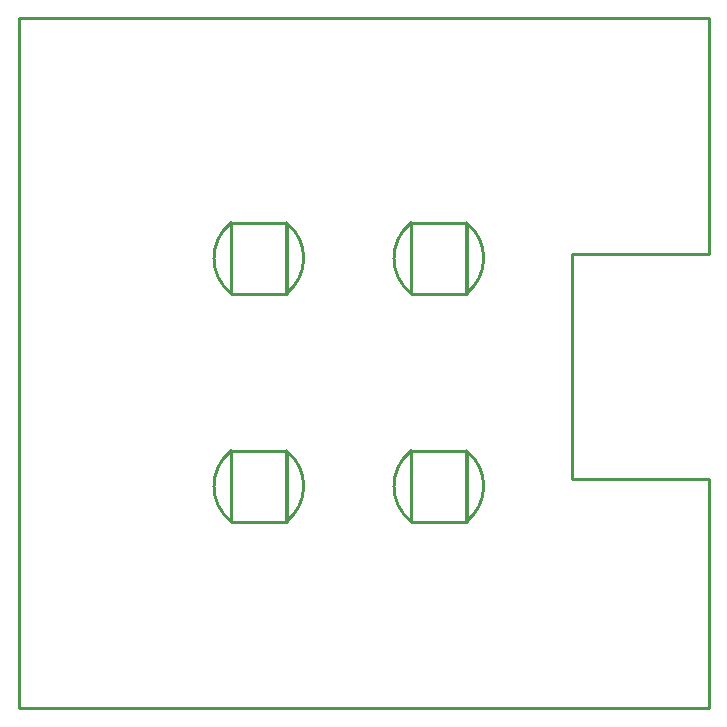
<source format=gko>
G04 Layer: BoardOutlineLayer*
G04 EasyEDA v6.5.22, 2022-12-26 15:03:30*
G04 57e77a074a544405a74ce7a32b46f912,5a6b42c53f6a479593ecc07194224c93,10*
G04 Gerber Generator version 0.2*
G04 Scale: 100 percent, Rotated: No, Reflected: No *
G04 Dimensions in millimeters *
G04 leading zeros omitted , absolute positions ,4 integer and 5 decimal *
%FSLAX45Y45*%
%MOMM*%

%ADD10C,0.2540*%
D10*
X0Y5842000D02*
G01*
X5842000Y5842000D01*
X5841987Y3848092D01*
X4686289Y3848092D01*
X4686289Y1943094D01*
X5841987Y1943094D01*
X5842000Y0D01*
X0Y502D01*
X0Y5842000D01*
G75*
G01*
X3321695Y3510740D02*
G02*
X3321939Y4109436I234195J299252D01*
X3321938Y4109435D02*
G01*
X3321695Y3510739D01*
X3321491Y4109991D02*
G01*
X3321491Y3509992D01*
X3321491Y3509992D02*
G01*
X3790492Y3509992D01*
X3790492Y3509992D02*
G01*
X3790492Y4109991D01*
X3790492Y4109991D02*
G01*
X3321491Y4109991D01*
G75*
G01*
X3790086Y3510740D02*
G03*
X3789843Y4109436I-234195J299252D01*
X3789842Y4109435D02*
G01*
X3790086Y3510739D01*
G75*
G01*
X2266086Y3510740D02*
G03*
X2265843Y4109436I-234195J299252D01*
X2265842Y4109435D02*
G01*
X2266086Y3510739D01*
X1797491Y4109991D02*
G01*
X1797491Y3509992D01*
X1797491Y3509992D02*
G01*
X2266492Y3509992D01*
X2266492Y3509992D02*
G01*
X2266492Y4109991D01*
X2266492Y4109991D02*
G01*
X1797491Y4109991D01*
G75*
G01*
X1797695Y3510740D02*
G02*
X1797939Y4109436I234195J299252D01*
X1797938Y4109435D02*
G01*
X1797695Y3510739D01*
G75*
G01*
X2266086Y1580340D02*
G03*
X2265843Y2179036I-234195J299252D01*
X2265842Y2179035D02*
G01*
X2266086Y1580339D01*
X1797491Y2179591D02*
G01*
X1797491Y1579592D01*
X1797491Y1579592D02*
G01*
X2266492Y1579592D01*
X2266492Y1579592D02*
G01*
X2266492Y2179591D01*
X2266492Y2179591D02*
G01*
X1797491Y2179591D01*
G75*
G01*
X1797695Y1580340D02*
G02*
X1797939Y2179036I234195J299252D01*
X1797938Y2179035D02*
G01*
X1797695Y1580339D01*
G75*
G01*
X3790086Y1580340D02*
G03*
X3789843Y2179036I-234195J299252D01*
X3789842Y2179035D02*
G01*
X3790086Y1580339D01*
X3321491Y2179591D02*
G01*
X3321491Y1579592D01*
X3321491Y1579592D02*
G01*
X3790492Y1579592D01*
X3790492Y1579592D02*
G01*
X3790492Y2179591D01*
X3790492Y2179591D02*
G01*
X3321491Y2179591D01*
G75*
G01*
X3321695Y1580340D02*
G02*
X3321939Y2179036I234195J299252D01*
X3321938Y2179035D02*
G01*
X3321695Y1580339D01*

%LPD*%
M02*

</source>
